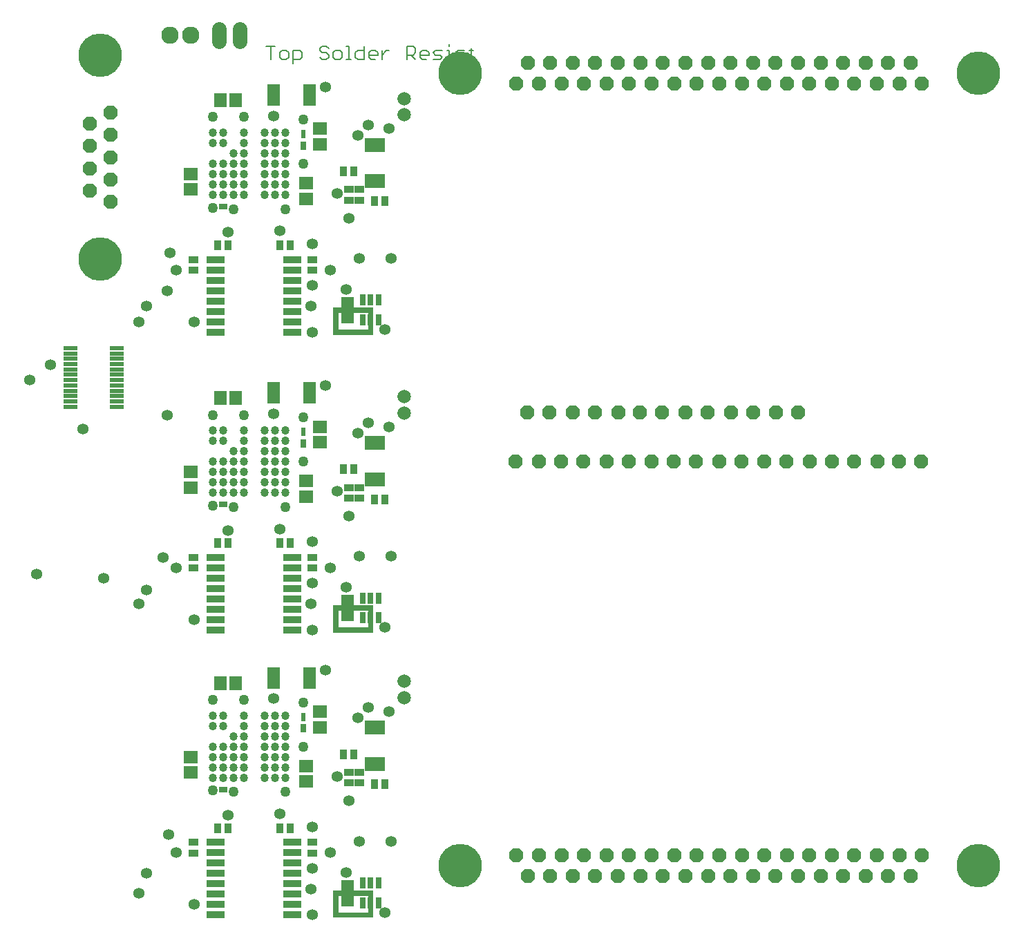
<source format=gts>
G75*
%MOIN*%
%OFA0B0*%
%FSLAX25Y25*%
%IPPOS*%
%LPD*%
%AMOC8*
5,1,8,0,0,1.08239X$1,22.5*
%
%ADD10R,0.01250X0.08750*%
%ADD11R,0.18750X0.01875*%
%ADD12R,0.01875X0.11875*%
%ADD13R,0.02500X0.11875*%
%ADD14R,0.06250X0.12500*%
%ADD15R,0.18750X0.01250*%
%ADD16R,0.18750X0.00625*%
%ADD17R,0.00625X0.12500*%
%ADD18R,0.19375X0.01250*%
%ADD19C,0.00600*%
%ADD20R,0.03740X0.04528*%
%ADD21R,0.02984X0.05784*%
%ADD22R,0.06890X0.06102*%
%ADD23R,0.02362X0.01969*%
%ADD24R,0.04528X0.03740*%
%ADD25R,0.06102X0.06890*%
%ADD26R,0.02184X0.06584*%
%ADD27R,0.08784X0.03184*%
%ADD28C,0.05543*%
%ADD29C,0.06528*%
%ADD30R,0.06384X0.02784*%
%ADD31R,0.02087X0.02677*%
%ADD32R,0.02677X0.02087*%
%ADD33R,0.05315X0.04921*%
%ADD34C,0.04055*%
%ADD35OC8,0.06000*%
%ADD36OC8,0.06984*%
%ADD37C,0.20000*%
%ADD38C,0.20984*%
%ADD39R,0.06784X0.02384*%
%ADD40C,0.06000*%
%ADD41C,0.06984*%
%ADD42C,0.07400*%
%ADD43C,0.08384*%
%ADD44C,0.03969*%
%ADD45C,0.04953*%
%ADD46C,0.04362*%
%ADD47C,0.05346*%
D10*
X0307750Y0080250D03*
X0307750Y0217750D03*
X0307750Y0361500D03*
D11*
X0299000Y0358062D03*
X0299000Y0368062D03*
X0299000Y0224312D03*
X0299000Y0214312D03*
X0299000Y0086812D03*
X0299000Y0076813D03*
D12*
X0307438Y0081813D03*
X0307438Y0219312D03*
X0307438Y0363062D03*
D13*
X0290875Y0363062D03*
X0290875Y0219312D03*
X0290875Y0081813D03*
D14*
X0296500Y0087125D03*
X0296500Y0224625D03*
X0296500Y0368375D03*
D15*
X0299000Y0357125D03*
X0299000Y0213375D03*
X0299000Y0075875D03*
D16*
X0299000Y0087437D03*
X0299000Y0224937D03*
X0299000Y0368687D03*
D17*
X0308688Y0362750D03*
X0308688Y0219000D03*
X0308688Y0081500D03*
D18*
X0299313Y0087750D03*
X0299313Y0225250D03*
X0299313Y0369000D03*
D19*
X0298233Y0489300D02*
X0296098Y0489300D01*
X0297166Y0489300D02*
X0297166Y0495705D01*
X0296098Y0495705D01*
X0293923Y0492503D02*
X0292855Y0493570D01*
X0290720Y0493570D01*
X0289652Y0492503D01*
X0289652Y0490368D01*
X0290720Y0489300D01*
X0292855Y0489300D01*
X0293923Y0490368D01*
X0293923Y0492503D01*
X0300395Y0492503D02*
X0301463Y0493570D01*
X0304665Y0493570D01*
X0304665Y0495705D02*
X0304665Y0489300D01*
X0301463Y0489300D01*
X0300395Y0490368D01*
X0300395Y0492503D01*
X0306840Y0492503D02*
X0307908Y0493570D01*
X0310043Y0493570D01*
X0311111Y0492503D01*
X0311111Y0491435D01*
X0306840Y0491435D01*
X0306840Y0490368D02*
X0306840Y0492503D01*
X0306840Y0490368D02*
X0307908Y0489300D01*
X0310043Y0489300D01*
X0313286Y0489300D02*
X0313286Y0493570D01*
X0313286Y0491435D02*
X0315421Y0493570D01*
X0316489Y0493570D01*
X0325103Y0491435D02*
X0328305Y0491435D01*
X0329373Y0492503D01*
X0329373Y0494638D01*
X0328305Y0495705D01*
X0325103Y0495705D01*
X0325103Y0489300D01*
X0327238Y0491435D02*
X0329373Y0489300D01*
X0331548Y0490368D02*
X0331548Y0492503D01*
X0332616Y0493570D01*
X0334751Y0493570D01*
X0335819Y0492503D01*
X0335819Y0491435D01*
X0331548Y0491435D01*
X0331548Y0490368D02*
X0332616Y0489300D01*
X0334751Y0489300D01*
X0337994Y0489300D02*
X0341196Y0489300D01*
X0342264Y0490368D01*
X0341196Y0491435D01*
X0339061Y0491435D01*
X0337994Y0492503D01*
X0339061Y0493570D01*
X0342264Y0493570D01*
X0344439Y0493570D02*
X0345507Y0493570D01*
X0345507Y0489300D01*
X0346574Y0489300D02*
X0344439Y0489300D01*
X0348736Y0489300D02*
X0351939Y0489300D01*
X0353007Y0490368D01*
X0351939Y0491435D01*
X0349804Y0491435D01*
X0348736Y0492503D01*
X0349804Y0493570D01*
X0353007Y0493570D01*
X0355182Y0493570D02*
X0357317Y0493570D01*
X0356249Y0494638D02*
X0356249Y0490368D01*
X0357317Y0489300D01*
X0345507Y0495705D02*
X0345507Y0496773D01*
X0287477Y0494638D02*
X0286410Y0495705D01*
X0284275Y0495705D01*
X0283207Y0494638D01*
X0283207Y0493570D01*
X0284275Y0492503D01*
X0286410Y0492503D01*
X0287477Y0491435D01*
X0287477Y0490368D01*
X0286410Y0489300D01*
X0284275Y0489300D01*
X0283207Y0490368D01*
X0274586Y0490368D02*
X0273519Y0489300D01*
X0270316Y0489300D01*
X0270316Y0487165D02*
X0270316Y0493570D01*
X0273519Y0493570D01*
X0274586Y0492503D01*
X0274586Y0490368D01*
X0268141Y0490368D02*
X0267073Y0489300D01*
X0264938Y0489300D01*
X0263870Y0490368D01*
X0263870Y0492503D01*
X0264938Y0493570D01*
X0267073Y0493570D01*
X0268141Y0492503D01*
X0268141Y0490368D01*
X0261695Y0495705D02*
X0257425Y0495705D01*
X0259560Y0495705D02*
X0259560Y0489300D01*
D20*
X0294566Y0435250D03*
X0299684Y0435250D03*
X0309566Y0420875D03*
X0314684Y0420875D03*
X0269059Y0399625D03*
X0263941Y0399625D03*
X0239059Y0399625D03*
X0233941Y0399625D03*
X0294566Y0291500D03*
X0299684Y0291500D03*
X0309566Y0277125D03*
X0314684Y0277125D03*
X0269059Y0255875D03*
X0263941Y0255875D03*
X0239059Y0255875D03*
X0233941Y0255875D03*
X0294566Y0154000D03*
X0299684Y0154000D03*
X0309566Y0139625D03*
X0314684Y0139625D03*
X0269059Y0118375D03*
X0263941Y0118375D03*
X0239059Y0118375D03*
X0233941Y0118375D03*
D21*
X0304050Y0091925D03*
X0307750Y0091925D03*
X0311450Y0091925D03*
X0311450Y0082325D03*
X0307750Y0082325D03*
X0304050Y0082325D03*
X0304050Y0219825D03*
X0307750Y0219825D03*
X0311450Y0219825D03*
X0311450Y0229425D03*
X0307750Y0229425D03*
X0304050Y0229425D03*
X0304050Y0363575D03*
X0307750Y0363575D03*
X0311450Y0363575D03*
X0311450Y0373175D03*
X0307750Y0373175D03*
X0304050Y0373175D03*
D22*
X0276500Y0422135D03*
X0276500Y0429615D03*
X0283375Y0448385D03*
X0283375Y0455865D03*
X0220875Y0433990D03*
X0220875Y0426510D03*
X0283375Y0312115D03*
X0283375Y0304635D03*
X0276500Y0285865D03*
X0276500Y0278385D03*
X0220875Y0282760D03*
X0220875Y0290240D03*
X0283375Y0174615D03*
X0283375Y0167135D03*
X0276500Y0148365D03*
X0276500Y0140885D03*
X0220875Y0145260D03*
X0220875Y0152740D03*
D23*
X0275250Y0171141D03*
X0275250Y0173109D03*
X0275250Y0308641D03*
X0275250Y0310609D03*
X0275250Y0452391D03*
X0275250Y0454359D03*
D24*
X0297125Y0426559D03*
X0302125Y0426559D03*
X0302125Y0421441D03*
X0297125Y0421441D03*
X0279625Y0392809D03*
X0279625Y0387691D03*
X0222125Y0387691D03*
X0222125Y0392809D03*
X0297125Y0282809D03*
X0302125Y0282809D03*
X0302125Y0277691D03*
X0297125Y0277691D03*
X0279625Y0249059D03*
X0279625Y0243941D03*
X0222125Y0243941D03*
X0222125Y0249059D03*
X0297125Y0145309D03*
X0302125Y0145309D03*
X0302125Y0140191D03*
X0297125Y0140191D03*
X0279625Y0111559D03*
X0279625Y0106441D03*
X0222125Y0106441D03*
X0222125Y0111559D03*
D25*
X0235260Y0188375D03*
X0242740Y0188375D03*
X0242740Y0325875D03*
X0235260Y0325875D03*
X0235260Y0469625D03*
X0242740Y0469625D03*
D26*
X0305881Y0448112D03*
X0307781Y0448112D03*
X0309781Y0448112D03*
X0311781Y0448112D03*
X0313681Y0448112D03*
X0313681Y0430512D03*
X0311781Y0430512D03*
X0309781Y0430512D03*
X0307781Y0430512D03*
X0305881Y0430512D03*
X0305881Y0304363D03*
X0307781Y0304363D03*
X0309781Y0304363D03*
X0311781Y0304363D03*
X0313681Y0304363D03*
X0313681Y0286763D03*
X0311781Y0286763D03*
X0309781Y0286763D03*
X0307781Y0286763D03*
X0305881Y0286763D03*
X0305881Y0166863D03*
X0307781Y0166863D03*
X0309781Y0166863D03*
X0311781Y0166863D03*
X0313681Y0166863D03*
X0313681Y0149263D03*
X0311781Y0149263D03*
X0309781Y0149263D03*
X0307781Y0149263D03*
X0305881Y0149263D03*
D27*
X0270000Y0111500D03*
X0270000Y0106500D03*
X0270000Y0101500D03*
X0270000Y0096500D03*
X0270000Y0091500D03*
X0270000Y0086500D03*
X0270000Y0081500D03*
X0270000Y0076500D03*
X0233000Y0076500D03*
X0233000Y0081500D03*
X0233000Y0086500D03*
X0233000Y0091500D03*
X0233000Y0096500D03*
X0233000Y0101500D03*
X0233000Y0106500D03*
X0233000Y0111500D03*
X0233000Y0214000D03*
X0233000Y0219000D03*
X0233000Y0224000D03*
X0233000Y0229000D03*
X0233000Y0234000D03*
X0233000Y0239000D03*
X0233000Y0244000D03*
X0233000Y0249000D03*
X0270000Y0249000D03*
X0270000Y0244000D03*
X0270000Y0239000D03*
X0270000Y0234000D03*
X0270000Y0229000D03*
X0270000Y0224000D03*
X0270000Y0219000D03*
X0270000Y0214000D03*
X0270000Y0357750D03*
X0270000Y0362750D03*
X0270000Y0367750D03*
X0270000Y0372750D03*
X0270000Y0377750D03*
X0270000Y0382750D03*
X0270000Y0387750D03*
X0270000Y0392750D03*
X0233000Y0392750D03*
X0233000Y0387750D03*
X0233000Y0382750D03*
X0233000Y0377750D03*
X0233000Y0372750D03*
X0233000Y0367750D03*
X0233000Y0362750D03*
X0233000Y0357750D03*
D28*
X0324000Y0326687D03*
X0324000Y0318813D03*
X0324000Y0189187D03*
X0324000Y0181313D03*
X0324000Y0462563D03*
X0324000Y0470437D03*
D29*
X0324000Y0470437D03*
X0324000Y0462563D03*
X0324000Y0326687D03*
X0324000Y0318813D03*
X0324000Y0189187D03*
X0324000Y0181313D03*
D30*
X0278325Y0187075D03*
X0278325Y0189575D03*
X0278325Y0192175D03*
X0278325Y0194675D03*
X0260925Y0194675D03*
X0260925Y0192175D03*
X0260925Y0189575D03*
X0260925Y0187075D03*
X0260925Y0324575D03*
X0260925Y0327075D03*
X0260925Y0329675D03*
X0260925Y0332175D03*
X0278325Y0332175D03*
X0278325Y0329675D03*
X0278325Y0327075D03*
X0278325Y0324575D03*
X0278325Y0468325D03*
X0278325Y0470825D03*
X0278325Y0473425D03*
X0278325Y0475925D03*
X0260925Y0475925D03*
X0260925Y0473425D03*
X0260925Y0470825D03*
X0260925Y0468325D03*
D31*
X0237504Y0418375D03*
X0235496Y0418375D03*
X0235496Y0274625D03*
X0237504Y0274625D03*
X0237504Y0137125D03*
X0235496Y0137125D03*
D32*
X0275250Y0165496D03*
X0275250Y0167504D03*
X0275250Y0302996D03*
X0275250Y0305004D03*
X0275250Y0446746D03*
X0275250Y0448754D03*
D33*
X0296500Y0371721D03*
X0296500Y0365029D03*
X0296500Y0227971D03*
X0296500Y0221279D03*
X0296500Y0090471D03*
X0296500Y0083779D03*
D34*
X0266500Y0142750D03*
X0266500Y0147750D03*
X0266500Y0152750D03*
X0266500Y0157750D03*
X0266500Y0162750D03*
X0266500Y0167750D03*
X0266500Y0172750D03*
X0261500Y0172750D03*
X0261500Y0167750D03*
X0261500Y0162750D03*
X0261500Y0157750D03*
X0261500Y0152750D03*
X0261500Y0147750D03*
X0261500Y0142750D03*
X0256500Y0142750D03*
X0256500Y0147750D03*
X0256500Y0152750D03*
X0256500Y0157750D03*
X0256500Y0162750D03*
X0256500Y0167750D03*
X0256500Y0172750D03*
X0246500Y0172750D03*
X0246500Y0167750D03*
X0246500Y0162750D03*
X0246500Y0157750D03*
X0246500Y0152750D03*
X0246500Y0147750D03*
X0246500Y0142750D03*
X0241500Y0142750D03*
X0236500Y0142750D03*
X0236500Y0147750D03*
X0241500Y0147750D03*
X0241500Y0152750D03*
X0236500Y0152750D03*
X0236500Y0157750D03*
X0241500Y0157750D03*
X0241500Y0162750D03*
X0236500Y0167750D03*
X0236500Y0172750D03*
X0231500Y0172750D03*
X0231500Y0167750D03*
X0231500Y0157750D03*
X0231500Y0152750D03*
X0231500Y0147750D03*
X0231500Y0142750D03*
X0231500Y0280250D03*
X0231500Y0285250D03*
X0231500Y0290250D03*
X0231500Y0295250D03*
X0236500Y0295250D03*
X0241500Y0295250D03*
X0241500Y0290250D03*
X0236500Y0290250D03*
X0236500Y0285250D03*
X0241500Y0285250D03*
X0241500Y0280250D03*
X0236500Y0280250D03*
X0246500Y0280250D03*
X0246500Y0285250D03*
X0246500Y0290250D03*
X0246500Y0295250D03*
X0246500Y0300250D03*
X0246500Y0305250D03*
X0246500Y0310250D03*
X0236500Y0310250D03*
X0236500Y0305250D03*
X0231500Y0305250D03*
X0231500Y0310250D03*
X0241500Y0300250D03*
X0256500Y0300250D03*
X0256500Y0295250D03*
X0256500Y0290250D03*
X0256500Y0285250D03*
X0256500Y0280250D03*
X0261500Y0280250D03*
X0261500Y0285250D03*
X0261500Y0290250D03*
X0261500Y0295250D03*
X0261500Y0300250D03*
X0261500Y0305250D03*
X0261500Y0310250D03*
X0256500Y0310250D03*
X0256500Y0305250D03*
X0266500Y0305250D03*
X0266500Y0300250D03*
X0266500Y0295250D03*
X0266500Y0290250D03*
X0266500Y0285250D03*
X0266500Y0280250D03*
X0266500Y0310250D03*
X0266500Y0424000D03*
X0266500Y0429000D03*
X0266500Y0434000D03*
X0266500Y0439000D03*
X0266500Y0444000D03*
X0266500Y0449000D03*
X0266500Y0454000D03*
X0261500Y0454000D03*
X0261500Y0449000D03*
X0261500Y0444000D03*
X0261500Y0439000D03*
X0261500Y0434000D03*
X0261500Y0429000D03*
X0261500Y0424000D03*
X0256500Y0424000D03*
X0256500Y0429000D03*
X0256500Y0434000D03*
X0256500Y0439000D03*
X0256500Y0444000D03*
X0256500Y0449000D03*
X0256500Y0454000D03*
X0246500Y0454000D03*
X0246500Y0449000D03*
X0246500Y0444000D03*
X0246500Y0439000D03*
X0246500Y0434000D03*
X0246500Y0429000D03*
X0246500Y0424000D03*
X0241500Y0424000D03*
X0236500Y0424000D03*
X0236500Y0429000D03*
X0241500Y0429000D03*
X0241500Y0434000D03*
X0236500Y0434000D03*
X0236500Y0439000D03*
X0241500Y0439000D03*
X0241500Y0444000D03*
X0236500Y0449000D03*
X0236500Y0454000D03*
X0231500Y0454000D03*
X0231500Y0449000D03*
X0231500Y0439000D03*
X0231500Y0434000D03*
X0231500Y0429000D03*
X0231500Y0424000D03*
D35*
X0182125Y0420525D03*
X0172125Y0425925D03*
X0182125Y0431325D03*
X0172125Y0436725D03*
X0182125Y0442125D03*
X0172125Y0447525D03*
X0182125Y0452925D03*
X0172125Y0458325D03*
X0182125Y0463725D03*
X0378075Y0477750D03*
X0388975Y0477750D03*
X0399775Y0477750D03*
X0410675Y0477750D03*
X0421575Y0477750D03*
X0432375Y0477750D03*
X0443275Y0477750D03*
X0454175Y0477750D03*
X0464975Y0477750D03*
X0475875Y0477750D03*
X0486775Y0477750D03*
X0497575Y0477750D03*
X0508475Y0477750D03*
X0519375Y0477750D03*
X0530275Y0477750D03*
X0541075Y0477750D03*
X0551975Y0477750D03*
X0562875Y0477750D03*
X0573675Y0477750D03*
X0568275Y0487750D03*
X0557375Y0487750D03*
X0546575Y0487750D03*
X0535675Y0487750D03*
X0524775Y0487750D03*
X0513975Y0487750D03*
X0503075Y0487750D03*
X0492175Y0487750D03*
X0481275Y0487750D03*
X0470475Y0487750D03*
X0459575Y0487750D03*
X0448675Y0487750D03*
X0437875Y0487750D03*
X0426975Y0487750D03*
X0416075Y0487750D03*
X0405275Y0487750D03*
X0394375Y0487750D03*
X0383475Y0487750D03*
X0383375Y0319000D03*
X0394000Y0319000D03*
X0405250Y0319000D03*
X0415875Y0319000D03*
X0427125Y0319000D03*
X0437750Y0319000D03*
X0448375Y0319000D03*
X0459625Y0319000D03*
X0470250Y0319000D03*
X0481500Y0319000D03*
X0492125Y0319000D03*
X0503375Y0319000D03*
X0514000Y0319000D03*
X0508375Y0295250D03*
X0497750Y0295250D03*
X0486500Y0295250D03*
X0475875Y0295250D03*
X0464625Y0295250D03*
X0454000Y0295250D03*
X0443375Y0295250D03*
X0432125Y0295250D03*
X0421500Y0295250D03*
X0410250Y0295250D03*
X0399625Y0295250D03*
X0389000Y0295250D03*
X0377750Y0295250D03*
X0519625Y0295250D03*
X0530250Y0295250D03*
X0540875Y0295250D03*
X0552125Y0295250D03*
X0562750Y0295250D03*
X0573375Y0295250D03*
X0573675Y0105250D03*
X0562775Y0105250D03*
X0551975Y0105250D03*
X0541075Y0105250D03*
X0530175Y0105250D03*
X0519375Y0105250D03*
X0508475Y0105250D03*
X0497575Y0105250D03*
X0486775Y0105250D03*
X0475875Y0105250D03*
X0464975Y0105250D03*
X0454175Y0105250D03*
X0443275Y0105250D03*
X0432375Y0105250D03*
X0421475Y0105250D03*
X0410675Y0105250D03*
X0399775Y0105250D03*
X0388875Y0105250D03*
X0378075Y0105250D03*
X0383475Y0095250D03*
X0394375Y0095250D03*
X0405175Y0095250D03*
X0416075Y0095250D03*
X0426975Y0095250D03*
X0437875Y0095250D03*
X0448675Y0095250D03*
X0459575Y0095250D03*
X0470475Y0095250D03*
X0481275Y0095250D03*
X0492175Y0095250D03*
X0503075Y0095250D03*
X0513875Y0095250D03*
X0524775Y0095250D03*
X0535675Y0095250D03*
X0546475Y0095250D03*
X0557375Y0095250D03*
X0568275Y0095250D03*
D36*
X0568275Y0095250D03*
X0557375Y0095250D03*
X0546475Y0095250D03*
X0535675Y0095250D03*
X0524775Y0095250D03*
X0513875Y0095250D03*
X0503075Y0095250D03*
X0492175Y0095250D03*
X0481275Y0095250D03*
X0470475Y0095250D03*
X0459575Y0095250D03*
X0448675Y0095250D03*
X0437875Y0095250D03*
X0426975Y0095250D03*
X0416075Y0095250D03*
X0405175Y0095250D03*
X0394375Y0095250D03*
X0383475Y0095250D03*
X0378075Y0105250D03*
X0388875Y0105250D03*
X0399775Y0105250D03*
X0410675Y0105250D03*
X0421475Y0105250D03*
X0432375Y0105250D03*
X0443275Y0105250D03*
X0454175Y0105250D03*
X0464975Y0105250D03*
X0475875Y0105250D03*
X0486775Y0105250D03*
X0497575Y0105250D03*
X0508475Y0105250D03*
X0519375Y0105250D03*
X0530175Y0105250D03*
X0541075Y0105250D03*
X0551975Y0105250D03*
X0562775Y0105250D03*
X0573675Y0105250D03*
X0573375Y0295250D03*
X0562750Y0295250D03*
X0552125Y0295250D03*
X0540875Y0295250D03*
X0530250Y0295250D03*
X0519625Y0295250D03*
X0508375Y0295250D03*
X0497750Y0295250D03*
X0486500Y0295250D03*
X0475875Y0295250D03*
X0464625Y0295250D03*
X0454000Y0295250D03*
X0443375Y0295250D03*
X0432125Y0295250D03*
X0421500Y0295250D03*
X0410250Y0295250D03*
X0399625Y0295250D03*
X0389000Y0295250D03*
X0377750Y0295250D03*
X0383375Y0319000D03*
X0394000Y0319000D03*
X0405250Y0319000D03*
X0415875Y0319000D03*
X0427125Y0319000D03*
X0437750Y0319000D03*
X0448375Y0319000D03*
X0459625Y0319000D03*
X0470250Y0319000D03*
X0481500Y0319000D03*
X0492125Y0319000D03*
X0503375Y0319000D03*
X0514000Y0319000D03*
X0519375Y0477750D03*
X0530275Y0477750D03*
X0541075Y0477750D03*
X0551975Y0477750D03*
X0562875Y0477750D03*
X0573675Y0477750D03*
X0568275Y0487750D03*
X0557375Y0487750D03*
X0546575Y0487750D03*
X0535675Y0487750D03*
X0524775Y0487750D03*
X0513975Y0487750D03*
X0503075Y0487750D03*
X0492175Y0487750D03*
X0481275Y0487750D03*
X0470475Y0487750D03*
X0459575Y0487750D03*
X0448675Y0487750D03*
X0437875Y0487750D03*
X0426975Y0487750D03*
X0416075Y0487750D03*
X0405275Y0487750D03*
X0394375Y0487750D03*
X0383475Y0487750D03*
X0378075Y0477750D03*
X0388975Y0477750D03*
X0399775Y0477750D03*
X0410675Y0477750D03*
X0421575Y0477750D03*
X0432375Y0477750D03*
X0443275Y0477750D03*
X0454175Y0477750D03*
X0464975Y0477750D03*
X0475875Y0477750D03*
X0486775Y0477750D03*
X0497575Y0477750D03*
X0508475Y0477750D03*
X0182125Y0463725D03*
X0172125Y0458325D03*
X0182125Y0452925D03*
X0172125Y0447525D03*
X0182125Y0442125D03*
X0172125Y0436725D03*
X0182125Y0431325D03*
X0172125Y0425925D03*
X0182125Y0420525D03*
D37*
X0177125Y0392825D03*
X0177125Y0491425D03*
X0350875Y0482750D03*
X0600875Y0482750D03*
X0600875Y0100250D03*
X0350875Y0100250D03*
D38*
X0350875Y0100250D03*
X0600875Y0100250D03*
X0177125Y0392825D03*
X0177125Y0491425D03*
X0350875Y0482750D03*
X0600875Y0482750D03*
D39*
X0185100Y0349975D03*
X0185100Y0347375D03*
X0185100Y0344875D03*
X0185100Y0342275D03*
X0185100Y0339675D03*
X0185100Y0337175D03*
X0185100Y0334575D03*
X0185100Y0332075D03*
X0185100Y0329475D03*
X0185100Y0326875D03*
X0185100Y0324375D03*
X0185100Y0321775D03*
X0162900Y0321775D03*
X0162900Y0324375D03*
X0162900Y0326875D03*
X0162900Y0329475D03*
X0162900Y0332075D03*
X0162900Y0334575D03*
X0162900Y0337175D03*
X0162900Y0339675D03*
X0162900Y0342275D03*
X0162900Y0344875D03*
X0162900Y0347375D03*
X0162900Y0349975D03*
D40*
X0234625Y0497875D02*
X0234625Y0503875D01*
X0244625Y0503875D02*
X0244625Y0497875D01*
D41*
X0244625Y0503875D01*
X0234625Y0503875D02*
X0234625Y0497875D01*
D42*
X0220875Y0500875D03*
X0210875Y0500875D03*
D43*
X0210875Y0500875D03*
X0220875Y0500875D03*
D44*
X0231500Y0461500D03*
X0246500Y0461500D03*
X0275250Y0460250D03*
X0275250Y0439000D03*
X0266500Y0417125D03*
X0241500Y0417125D03*
X0231500Y0417750D03*
X0231500Y0317750D03*
X0246500Y0317750D03*
X0275250Y0316500D03*
X0275250Y0295250D03*
X0266500Y0273375D03*
X0241500Y0273375D03*
X0231500Y0274000D03*
X0231500Y0180250D03*
X0246500Y0180250D03*
X0275250Y0179000D03*
X0275250Y0157750D03*
X0266500Y0135875D03*
X0241500Y0135875D03*
X0231500Y0136500D03*
D45*
X0231500Y0136500D03*
X0241500Y0135875D03*
X0266500Y0135875D03*
X0275250Y0157750D03*
X0275250Y0179000D03*
X0246500Y0180250D03*
X0231500Y0180250D03*
X0241500Y0273375D03*
X0231500Y0274000D03*
X0266500Y0273375D03*
X0275250Y0295250D03*
X0275250Y0316500D03*
X0246500Y0317750D03*
X0231500Y0317750D03*
X0241500Y0417125D03*
X0231500Y0417750D03*
X0266500Y0417125D03*
X0275250Y0439000D03*
X0275250Y0460250D03*
X0246500Y0461500D03*
X0231500Y0461500D03*
D46*
X0260875Y0462125D03*
X0285875Y0475875D03*
X0306500Y0457750D03*
X0301500Y0452750D03*
X0316500Y0455875D03*
X0291500Y0424625D03*
X0297125Y0412750D03*
X0279625Y0400250D03*
X0264000Y0406500D03*
X0239000Y0405875D03*
X0210875Y0395875D03*
X0214000Y0387750D03*
X0209625Y0377750D03*
X0199625Y0370250D03*
X0195875Y0362750D03*
X0222750Y0362750D03*
X0279000Y0370250D03*
X0279625Y0380250D03*
X0288375Y0387750D03*
X0295875Y0378375D03*
X0302125Y0393375D03*
X0317750Y0393375D03*
X0314625Y0359000D03*
X0279625Y0357750D03*
X0285875Y0332125D03*
X0306500Y0314000D03*
X0301500Y0309000D03*
X0316500Y0312125D03*
X0291500Y0280875D03*
X0297125Y0269000D03*
X0302125Y0249625D03*
X0288375Y0244000D03*
X0279625Y0236500D03*
X0279000Y0226500D03*
X0279625Y0214000D03*
X0295875Y0234625D03*
X0317750Y0249625D03*
X0314625Y0215250D03*
X0285875Y0194625D03*
X0306500Y0176500D03*
X0301500Y0171500D03*
X0316500Y0174625D03*
X0291500Y0143375D03*
X0297125Y0131500D03*
X0279625Y0119000D03*
X0264000Y0125250D03*
X0239000Y0124625D03*
X0210250Y0115250D03*
X0214000Y0106500D03*
X0199625Y0096500D03*
X0195875Y0087125D03*
X0222750Y0081500D03*
X0279000Y0089000D03*
X0279625Y0099000D03*
X0288375Y0106500D03*
X0295875Y0097125D03*
X0302125Y0112125D03*
X0317750Y0112125D03*
X0314625Y0077750D03*
X0279625Y0076500D03*
X0260875Y0180875D03*
X0222750Y0219000D03*
X0199625Y0233375D03*
X0195875Y0226500D03*
X0179000Y0239000D03*
X0207750Y0249000D03*
X0214000Y0244000D03*
X0239000Y0262125D03*
X0264000Y0262750D03*
X0279625Y0256500D03*
X0260875Y0318375D03*
X0209625Y0317750D03*
X0169000Y0310875D03*
X0143375Y0334625D03*
X0153375Y0342125D03*
X0172350Y0436500D03*
X0146500Y0240875D03*
D47*
X0195875Y0087125D03*
X0199625Y0096500D03*
X0214000Y0106500D03*
X0210250Y0115250D03*
X0239000Y0124625D03*
X0264000Y0125250D03*
X0279625Y0119000D03*
X0288375Y0106500D03*
X0295875Y0097125D03*
X0302125Y0112125D03*
X0317750Y0112125D03*
X0297125Y0131500D03*
X0291500Y0143375D03*
X0301500Y0171500D03*
X0306500Y0176500D03*
X0316500Y0174625D03*
X0285875Y0194625D03*
X0260875Y0180875D03*
X0279625Y0214000D03*
X0279000Y0226500D03*
X0279625Y0236500D03*
X0288375Y0244000D03*
X0302125Y0249625D03*
X0317750Y0249625D03*
X0295875Y0234625D03*
X0314625Y0215250D03*
X0279625Y0256500D03*
X0264000Y0262750D03*
X0239000Y0262125D03*
X0214000Y0244000D03*
X0207750Y0249000D03*
X0199625Y0233375D03*
X0195875Y0226500D03*
X0179000Y0239000D03*
X0146500Y0240875D03*
X0222750Y0219000D03*
X0297125Y0269000D03*
X0291500Y0280875D03*
X0301500Y0309000D03*
X0306500Y0314000D03*
X0316500Y0312125D03*
X0285875Y0332125D03*
X0260875Y0318375D03*
X0279625Y0357750D03*
X0279000Y0370250D03*
X0279625Y0380250D03*
X0288375Y0387750D03*
X0295875Y0378375D03*
X0302125Y0393375D03*
X0317750Y0393375D03*
X0297125Y0412750D03*
X0291500Y0424625D03*
X0279625Y0400250D03*
X0264000Y0406500D03*
X0239000Y0405875D03*
X0210875Y0395875D03*
X0214000Y0387750D03*
X0209625Y0377750D03*
X0199625Y0370250D03*
X0195875Y0362750D03*
X0222750Y0362750D03*
X0209625Y0317750D03*
X0169000Y0310875D03*
X0143375Y0334625D03*
X0153375Y0342125D03*
X0172350Y0436500D03*
X0260875Y0462125D03*
X0285875Y0475875D03*
X0306500Y0457750D03*
X0301500Y0452750D03*
X0316500Y0455875D03*
X0314625Y0359000D03*
X0279625Y0099000D03*
X0279000Y0089000D03*
X0279625Y0076500D03*
X0314625Y0077750D03*
X0222750Y0081500D03*
M02*

</source>
